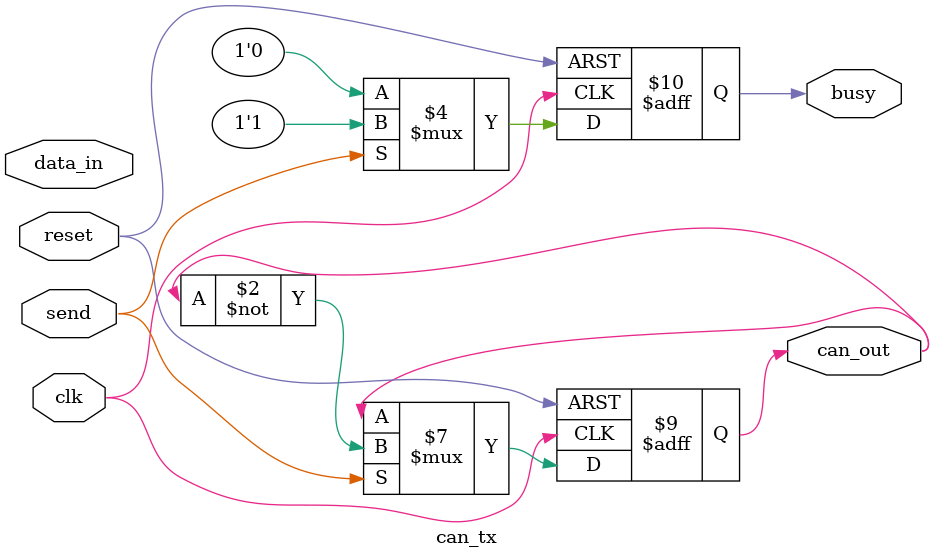
<source format=v>
module can_tx (
    input wire clk,
    input wire reset,
    input wire [7:0] data_in,
    input wire send,
    output reg can_out,
    output reg busy
);
    // Transmit logic
    always @(posedge clk or posedge reset) begin
        if (reset) begin
            can_out <= 1'b1;
            busy <= 0;
        end else if (send) begin
            // Simplified encoding/transmission process
            busy <= 1;
            can_out <= ~can_out; // Dummy toggle for illustration
        end else begin
            busy <= 0;
        end
    end
endmodule


</source>
